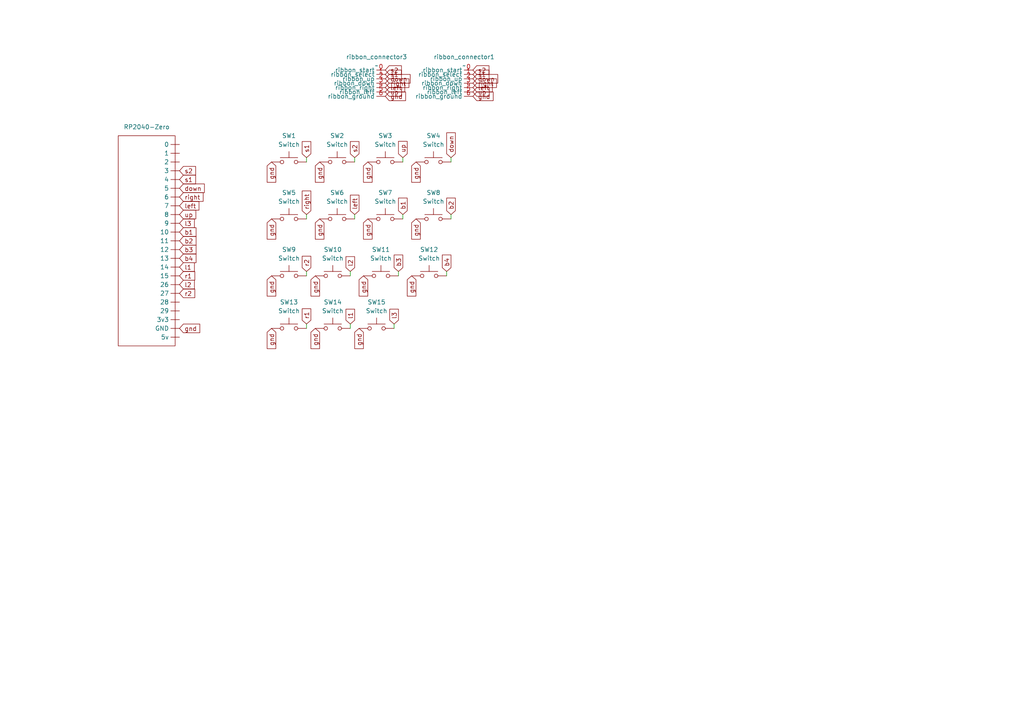
<source format=kicad_sch>
(kicad_sch (version 20231120) (generator "eeschema") (generator_version "8.0")
  (paper "A4")
  (lib_symbols
    (symbol "CustomLibrary:ribbon"
      (property "Reference" "ribbon_connector" (at 0 0 0))
      (symbol "ribbon_1_1"
        (pin bidirectional line (at 2.54 -3.81 180) (length 2.54) (name "ribbon_start") (number "0"))
        (pin bidirectional line (at 2.54 -5.08 180) (length 2.54) (name "ribbon_select") (number "1"))
        (pin bidirectional line (at 2.54 -6.35 180) (length 2.54) (name "ribbon_up") (number "2"))
        (pin bidirectional line (at 2.54 -7.62 180) (length 2.54) (name "ribbon_down") (number "3"))
        (pin bidirectional line (at 2.54 -8.89 180) (length 2.54) (name "ribbon_right") (number "4"))
        (pin bidirectional line (at 2.54 -10.16 180) (length 2.54) (name "ribbon_left") (number "5"))
        (pin bidirectional line (at 2.54 -11.43 180) (length 2.54) (name "ribbon_ground") (number "6"))
      )
    )
    (symbol "ribbon_1"
      (property "Reference" "ribbon_connector" (at 0 0 0))
      (symbol "ribbon_1_1_1"
        (pin bidirectional line (at 2.54 -3.81 180) (length 2.54) (name "ribbon_start") (number "0"))
        (pin bidirectional line (at 2.54 -5.08 180) (length 2.54) (name "ribbon_select") (number "1"))
        (pin bidirectional line (at 2.54 -6.35 180) (length 2.54) (name "ribbon_up") (number "2"))
        (pin bidirectional line (at 2.54 -7.62 180) (length 2.54) (name "ribbon_down") (number "3"))
        (pin bidirectional line (at 2.54 -8.89 180) (length 2.54) (name "ribbon_right") (number "4"))
        (pin bidirectional line (at 2.54 -10.16 180) (length 2.54) (name "ribbon_left") (number "5"))
        (pin bidirectional line (at 2.54 -11.43 180) (length 2.54) (name "ribbon_ground") (number "6"))
      )
    )
    (symbol "rp2040zero:RP2040-Zero" (pin_numbers hide)
      (property "Reference" "U" (at 0 0 0))
      (property "Value" "RP2040-Zero" (at 0 -2.54 0))
      (symbol "RP2040-Zero_0_1"
        (rectangle (start -7.62 6.35) (end 8.89 -54.61))
      )
      (symbol "RP2040-Zero_1_1"
        (pin bidirectional line (at 10.16 3.81 180) (length 2.54) (name "0") (number "0"))
        (pin bidirectional line (at 10.16 1.27 180) (length 2.54) (name "1") (number "1"))
        (pin bidirectional line (at 10.16 -21.59 180) (length 2.54) (name "10") (number "10"))
        (pin bidirectional line (at 10.16 -24.13 180) (length 2.54) (name "11") (number "11"))
        (pin bidirectional line (at 10.16 -26.67 180) (length 2.54) (name "12") (number "12"))
        (pin bidirectional line (at 10.16 -29.21 180) (length 2.54) (name "13") (number "13"))
        (pin bidirectional line (at 10.16 -31.75 180) (length 2.54) (name "14") (number "14"))
        (pin bidirectional line (at 10.16 -34.29 180) (length 2.54) (name "15") (number "15"))
        (pin bidirectional line (at 10.16 -1.27 180) (length 2.54) (name "2") (number "2"))
        (pin bidirectional line (at 10.16 -36.83 180) (length 2.54) (name "26") (number "26"))
        (pin bidirectional line (at 10.16 -39.37 180) (length 2.54) (name "27") (number "27"))
        (pin bidirectional line (at 10.16 -41.91 180) (length 2.54) (name "28") (number "28"))
        (pin bidirectional line (at 10.16 -44.45 180) (length 2.54) (name "29") (number "29"))
        (pin bidirectional line (at 10.16 -3.81 180) (length 2.54) (name "3") (number "3"))
        (pin bidirectional line (at 10.16 -46.99 180) (length 2.54) (name "3v3") (number "3v3"))
        (pin bidirectional line (at 10.16 -6.35 180) (length 2.54) (name "4") (number "4"))
        (pin bidirectional line (at 10.16 -8.89 180) (length 2.54) (name "5") (number "5"))
        (pin bidirectional line (at 10.16 -52.07 180) (length 2.54) (name "5v") (number "5v"))
        (pin bidirectional line (at 10.16 -11.43 180) (length 2.54) (name "6") (number "6"))
        (pin bidirectional line (at 10.16 -13.97 180) (length 2.54) (name "7") (number "7"))
        (pin bidirectional line (at 10.16 -16.51 180) (length 2.54) (name "8") (number "8"))
        (pin bidirectional line (at 10.16 -19.05 180) (length 2.54) (name "9") (number "9"))
        (pin bidirectional line (at 10.16 -49.53 180) (length 2.54) (name "GND") (number "GND"))
      )
    )
    (symbol "scotto_keebs:Placeholder_Switch" (pin_numbers hide) (pin_names (offset 1.016) hide)
      (property "Reference" "SW" (at 1.27 2.54 0))
      (property "Value" "Switch" (at 0 -1.524 0))
      (symbol "Placeholder_Switch_0_1"
        (circle (center -2.032 0) (radius 0.508))
        (polyline (pts (xy 0 1.27) (xy 0 3.048)))
        (polyline (pts (xy 2.54 1.27) (xy -2.54 1.27)))
        (circle (center 2.032 0) (radius 0.508))
        (pin passive line (at -5.08 0 0) (length 2.54) (name "1") (number "1"))
        (pin passive line (at 5.08 0 180) (length 2.54) (name "2") (number "2"))
      )
    )
  )
  (wire (pts (xy 129.54 78.74) (xy 129.54 80.01)))
  (wire (pts (xy 88.9 45.72) (xy 88.9 46.99)))
  (wire (pts (xy 116.84 45.72) (xy 116.84 46.99)))
  (wire (pts (xy 101.6 78.74) (xy 101.6 80.01)))
  (wire (pts (xy 88.9 93.98) (xy 88.9 95.25)))
  (wire (pts (xy 116.84 62.23) (xy 116.84 63.5)))
  (wire (pts (xy 102.87 45.72) (xy 102.87 46.99)))
  (wire (pts (xy 115.57 78.74) (xy 115.57 80.01)))
  (wire (pts (xy 130.81 62.23) (xy 130.81 63.5)))
  (wire (pts (xy 102.87 62.23) (xy 102.87 63.5)))
  (wire (pts (xy 101.6 93.98) (xy 101.6 95.25)))
  (wire (pts (xy 114.3 93.98) (xy 114.3 95.25)))
  (wire (pts (xy 88.9 62.23) (xy 88.9 63.5)))
  (wire (pts (xy 130.81 45.72) (xy 130.81 46.99)))
  (wire (pts (xy 88.9 78.74) (xy 88.9 80.01)))
  (global_label "down" (shape input) (at 52.07 54.61 0) (property "Intersheetrefs" "${INTERSHEET_REFS}" (effects (hide yes))))
  (global_label "r2" (shape input) (at 88.9 78.74 90) (property "Intersheetrefs" "${INTERSHEET_REFS}" (effects (hide yes))))
  (global_label "gnd" (shape input) (at 120.65 46.99 270) (property "Intersheetrefs" "${INTERSHEET_REFS}" (effects (hide yes))))
  (global_label "s1" (shape input) (at 111.76 21.59 0) (property "Intersheetrefs" "${INTERSHEET_REFS}" (effects (hide yes))))
  (global_label "up" (shape input) (at 137.16 26.67 0) (property "Intersheetrefs" "${INTERSHEET_REFS}" (effects (hide yes))))
  (global_label "down" (shape input) (at 130.81 45.72 90) (property "Intersheetrefs" "${INTERSHEET_REFS}" (effects (hide yes))))
  (global_label "s1" (shape input) (at 52.07 52.07 0) (property "Intersheetrefs" "${INTERSHEET_REFS}" (effects (hide yes))))
  (global_label "gnd" (shape input) (at 78.74 95.25 270) (property "Intersheetrefs" "${INTERSHEET_REFS}" (effects (hide yes))))
  (global_label "b2" (shape input) (at 130.81 62.23 90) (property "Intersheetrefs" "${INTERSHEET_REFS}" (effects (hide yes))))
  (global_label "s2" (shape input) (at 111.76 20.32 0) (property "Intersheetrefs" "${INTERSHEET_REFS}" (effects (hide yes))))
  (global_label "gnd" (shape input) (at 92.71 46.99 270) (property "Intersheetrefs" "${INTERSHEET_REFS}" (effects (hide yes))))
  (global_label "gnd" (shape input) (at 91.44 80.01 270) (property "Intersheetrefs" "${INTERSHEET_REFS}" (effects (hide yes))))
  (global_label "b3" (shape input) (at 52.07 72.39 0) (property "Intersheetrefs" "${INTERSHEET_REFS}" (effects (hide yes))))
  (global_label "r1" (shape input) (at 88.9 93.98 90) (property "Intersheetrefs" "${INTERSHEET_REFS}" (effects (hide yes))))
  (global_label "up" (shape input) (at 111.76 26.67 0) (property "Intersheetrefs" "${INTERSHEET_REFS}" (effects (hide yes))))
  (global_label "b2" (shape input) (at 52.07 69.85 0) (property "Intersheetrefs" "${INTERSHEET_REFS}" (effects (hide yes))))
  (global_label "l2" (shape input) (at 52.07 82.55 0) (property "Intersheetrefs" "${INTERSHEET_REFS}" (effects (hide yes))))
  (global_label "left" (shape input) (at 137.16 25.4 0) (property "Intersheetrefs" "${INTERSHEET_REFS}" (effects (hide yes))))
  (global_label "b1" (shape input) (at 52.07 67.31 0) (property "Intersheetrefs" "${INTERSHEET_REFS}" (effects (hide yes))))
  (global_label "b4" (shape input) (at 129.54 78.74 90) (property "Intersheetrefs" "${INTERSHEET_REFS}" (effects (hide yes))))
  (global_label "l1" (shape input) (at 52.07 77.47 0) (property "Intersheetrefs" "${INTERSHEET_REFS}" (effects (hide yes))))
  (global_label "right" (shape input) (at 137.16 24.13 0) (property "Intersheetrefs" "${INTERSHEET_REFS}" (effects (hide yes))))
  (global_label "s2" (shape input) (at 52.07 49.53 0) (property "Intersheetrefs" "${INTERSHEET_REFS}" (effects (hide yes))))
  (global_label "right" (shape input) (at 111.76 24.13 0) (property "Intersheetrefs" "${INTERSHEET_REFS}" (effects (hide yes))))
  (global_label "l1" (shape input) (at 101.6 93.98 90) (property "Intersheetrefs" "${INTERSHEET_REFS}" (effects (hide yes))))
  (global_label "l3" (shape input) (at 114.3 93.98 90) (property "Intersheetrefs" "${INTERSHEET_REFS}" (effects (hide yes))))
  (global_label "gnd" (shape input) (at 78.74 63.5 270) (property "Intersheetrefs" "${INTERSHEET_REFS}" (effects (hide yes))))
  (global_label "s2" (shape input) (at 102.87 45.72 90) (property "Intersheetrefs" "${INTERSHEET_REFS}" (effects (hide yes))))
  (global_label "gnd" (shape input) (at 78.74 46.99 270) (property "Intersheetrefs" "${INTERSHEET_REFS}" (effects (hide yes))))
  (global_label "gnd" (shape input) (at 119.38 80.01 270) (property "Intersheetrefs" "${INTERSHEET_REFS}" (effects (hide yes))))
  (global_label "l2" (shape input) (at 101.6 78.74 90) (property "Intersheetrefs" "${INTERSHEET_REFS}" (effects (hide yes))))
  (global_label "up" (shape input) (at 116.84 45.72 90) (property "Intersheetrefs" "${INTERSHEET_REFS}" (effects (hide yes))))
  (global_label "gnd" (shape input) (at 92.71 63.5 270) (property "Intersheetrefs" "${INTERSHEET_REFS}" (effects (hide yes))))
  (global_label "left" (shape input) (at 111.76 25.4 0) (property "Intersheetrefs" "${INTERSHEET_REFS}" (effects (hide yes))))
  (global_label "b1" (shape input) (at 116.84 62.23 90) (property "Intersheetrefs" "${INTERSHEET_REFS}" (effects (hide yes))))
  (global_label "l3" (shape input) (at 52.07 64.77 0) (property "Intersheetrefs" "${INTERSHEET_REFS}" (effects (hide yes))))
  (global_label "gnd" (shape input) (at 137.16 27.94 0) (property "Intersheetrefs" "${INTERSHEET_REFS}" (effects (hide yes))))
  (global_label "gnd" (shape input) (at 104.14 95.25 270) (property "Intersheetrefs" "${INTERSHEET_REFS}" (effects (hide yes))))
  (global_label "gnd" (shape input) (at 106.68 46.99 270) (property "Intersheetrefs" "${INTERSHEET_REFS}" (effects (hide yes))))
  (global_label "gnd" (shape input) (at 91.44 95.25 270) (property "Intersheetrefs" "${INTERSHEET_REFS}" (effects (hide yes))))
  (global_label "r2" (shape input) (at 52.07 85.09 0) (property "Intersheetrefs" "${INTERSHEET_REFS}" (effects (hide yes))))
  (global_label "down" (shape input) (at 111.76 22.86 0) (property "Intersheetrefs" "${INTERSHEET_REFS}" (effects (hide yes))))
  (global_label "b3" (shape input) (at 115.57 78.74 90) (property "Intersheetrefs" "${INTERSHEET_REFS}" (effects (hide yes))))
  (global_label "s1" (shape input) (at 88.9 45.72 90) (property "Intersheetrefs" "${INTERSHEET_REFS}" (effects (hide yes))))
  (global_label "s1" (shape input) (at 137.16 21.59 0) (property "Intersheetrefs" "${INTERSHEET_REFS}" (effects (hide yes))))
  (global_label "left" (shape input) (at 102.87 62.23 90) (property "Intersheetrefs" "${INTERSHEET_REFS}" (effects (hide yes))))
  (global_label "b4" (shape input) (at 52.07 74.93 0) (property "Intersheetrefs" "${INTERSHEET_REFS}" (effects (hide yes))))
  (global_label "gnd" (shape input) (at 52.07 95.25 0) (property "Intersheetrefs" "${INTERSHEET_REFS}" (effects (hide yes))))
  (global_label "gnd" (shape input) (at 105.41 80.01 270) (property "Intersheetrefs" "${INTERSHEET_REFS}" (effects (hide yes))))
  (global_label "right" (shape input) (at 52.07 57.15 0) (property "Intersheetrefs" "${INTERSHEET_REFS}" (effects (hide yes))))
  (global_label "up" (shape input) (at 52.07 62.23 0) (property "Intersheetrefs" "${INTERSHEET_REFS}" (effects (hide yes))))
  (global_label "gnd" (shape input) (at 111.76 27.94 0) (property "Intersheetrefs" "${INTERSHEET_REFS}" (effects (hide yes))))
  (global_label "r1" (shape input) (at 52.07 80.01 0) (property "Intersheetrefs" "${INTERSHEET_REFS}" (effects (hide yes))))
  (global_label "gnd" (shape input) (at 78.74 80.01 270) (property "Intersheetrefs" "${INTERSHEET_REFS}" (effects (hide yes))))
  (global_label "gnd" (shape input) (at 106.68 63.5 270) (property "Intersheetrefs" "${INTERSHEET_REFS}" (effects (hide yes))))
  (global_label "down" (shape input) (at 137.16 22.86 0) (property "Intersheetrefs" "${INTERSHEET_REFS}" (effects (hide yes))))
  (global_label "gnd" (shape input) (at 120.65 63.5 270) (property "Intersheetrefs" "${INTERSHEET_REFS}" (effects (hide yes))))
  (global_label "right" (shape input) (at 88.9 62.23 90) (property "Intersheetrefs" "${INTERSHEET_REFS}" (effects (hide yes))))
  (global_label "left" (shape input) (at 52.07 59.69 0) (property "Intersheetrefs" "${INTERSHEET_REFS}" (effects (hide yes))))
  (global_label "s2" (shape input) (at 137.16 20.32 0) (property "Intersheetrefs" "${INTERSHEET_REFS}" (effects (hide yes))))
  (symbol (lib_id "scotto_keebs:Placeholder_Switch") (at 125.73 63.5 0) (unit 1)
    (property "Reference" "SW8" (at 125.73 55.88 0))
    (property "Value" "Switch" (at 125.73 58.42 0))
    (property "Footprint" "key switches:Kailh_socket_PG1350_optional" (effects (hide yes)))
    (property "Description" "Push button switch, generic, two pins" (effects (hide yes)))
  )
  (symbol (lib_name "ribbon_1") (lib_id "CustomLibrary:ribbon") (at 109.22 16.51 0) (unit 1)
    (property "Reference" "ribbon_connector3" (at 109.22 16.51 0))
    (property "Value" "~" (at 109.22 19.05 0))
    (property "Footprint" "CustomLibrary:ribbon connector" (effects (hide yes)))
  )
  (symbol (lib_id "scotto_keebs:Placeholder_Switch") (at 96.52 80.01 0) (unit 1)
    (property "Reference" "SW10" (at 96.52 72.39 0))
    (property "Value" "Switch" (at 96.52 74.93 0))
    (property "Footprint" "key switches:Kailh_socket_PG1350_optional" (effects (hide yes)))
    (property "Description" "Push button switch, generic, two pins" (effects (hide yes)))
  )
  (symbol (lib_id "scotto_keebs:Placeholder_Switch") (at 109.22 95.25 0) (unit 1)
    (property "Reference" "SW15" (at 109.22 87.63 0))
    (property "Value" "Switch" (at 109.22 90.17 0))
    (property "Footprint" "key switches:Kailh_socket_PG1350_optional" (effects (hide yes)))
    (property "Description" "Push button switch, generic, two pins" (effects (hide yes)))
  )
  (symbol (lib_id "scotto_keebs:Placeholder_Switch") (at 97.79 63.5 0) (unit 1)
    (property "Reference" "SW6" (at 97.79 55.88 0))
    (property "Value" "Switch" (at 97.79 58.42 0))
    (property "Footprint" "key switches:Kailh_socket_PG1350_optional" (effects (hide yes)))
    (property "Description" "Push button switch, generic, two pins" (effects (hide yes)))
  )
  (symbol (lib_id "CustomLibrary:ribbon") (at 134.62 16.51 0) (unit 1)
    (property "Reference" "ribbon_connector1" (at 134.62 16.51 0))
    (property "Value" "~" (at 134.62 19.05 0))
    (property "Footprint" "CustomLibrary:ribbon connector" (effects (hide yes)))
  )
  (symbol (lib_id "scotto_keebs:Placeholder_Switch") (at 125.73 46.99 0) (unit 1)
    (property "Reference" "SW4" (at 125.73 39.37 0))
    (property "Value" "Switch" (at 125.73 41.91 0))
    (property "Footprint" "key switches:Kailh_socket_PG1350_optional" (effects (hide yes)))
    (property "Description" "Push button switch, generic, two pins" (effects (hide yes)))
  )
  (symbol (lib_id "scotto_keebs:Placeholder_Switch") (at 110.49 80.01 0) (unit 1)
    (property "Reference" "SW11" (at 110.49 72.39 0))
    (property "Value" "Switch" (at 110.49 74.93 0))
    (property "Footprint" "key switches:Kailh_socket_PG1350_optional" (effects (hide yes)))
    (property "Description" "Push button switch, generic, two pins" (effects (hide yes)))
  )
  (symbol (lib_id "scotto_keebs:Placeholder_Switch") (at 124.46 80.01 0) (unit 1)
    (property "Reference" "SW12" (at 124.46 72.39 0))
    (property "Value" "Switch" (at 124.46 74.93 0))
    (property "Footprint" "key switches:Kailh_socket_PG1350_optional" (effects (hide yes)))
    (property "Description" "Push button switch, generic, two pins" (effects (hide yes)))
  )
  (symbol (lib_id "scotto_keebs:Placeholder_Switch") (at 83.82 95.25 0) (unit 1)
    (property "Reference" "SW13" (at 83.82 87.63 0))
    (property "Value" "Switch" (at 83.82 90.17 0))
    (property "Footprint" "key switches:Kailh_socket_PG1350_optional" (effects (hide yes)))
    (property "Description" "Push button switch, generic, two pins" (effects (hide yes)))
  )
  (symbol (lib_id "scotto_keebs:Placeholder_Switch") (at 111.76 63.5 0) (unit 1)
    (property "Reference" "SW7" (at 111.76 55.88 0))
    (property "Value" "Switch" (at 111.76 58.42 0))
    (property "Footprint" "key switches:Kailh_socket_PG1350_optional" (effects (hide yes)))
    (property "Description" "Push button switch, generic, two pins" (effects (hide yes)))
  )
  (symbol (lib_id "rp2040zero:RP2040-Zero") (at 41.91 45.72 0) (unit 1)
    (property "Reference" "U1" (effects (hide yes)))
    (property "Value" "RP2040-Zero" (at 42.545 36.83 0))
    (property "Footprint" "RP2040:RP2040-Zero" (effects (hide yes)))
  )
  (symbol (lib_id "scotto_keebs:Placeholder_Switch") (at 97.79 46.99 0) (unit 1)
    (property "Reference" "SW2" (at 97.79 39.37 0))
    (property "Value" "Switch" (at 97.79 41.91 0))
    (property "Footprint" "Button_Switch_THT:SW_PUSH_6mm" (effects (hide yes)))
    (property "Description" "Push button switch, generic, two pins" (effects (hide yes)))
  )
  (symbol (lib_id "scotto_keebs:Placeholder_Switch") (at 111.76 46.99 0) (unit 1)
    (property "Reference" "SW3" (at 111.76 39.37 0))
    (property "Value" "Switch" (at 111.76 41.91 0))
    (property "Footprint" "key switches:Kailh_socket_PG1350_optional" (effects (hide yes)))
    (property "Description" "Push button switch, generic, two pins" (effects (hide yes)))
  )
  (symbol (lib_id "scotto_keebs:Placeholder_Switch") (at 96.52 95.25 0) (unit 1)
    (property "Reference" "SW14" (at 96.52 87.63 0))
    (property "Value" "Switch" (at 96.52 90.17 0))
    (property "Footprint" "key switches:Kailh_socket_PG1350_optional" (effects (hide yes)))
    (property "Description" "Push button switch, generic, two pins" (effects (hide yes)))
  )
  (symbol (lib_id "scotto_keebs:Placeholder_Switch") (at 83.82 80.01 0) (unit 1)
    (property "Reference" "SW9" (at 83.82 72.39 0))
    (property "Value" "Switch" (at 83.82 74.93 0))
    (property "Footprint" "key switches:Kailh_socket_PG1350_optional" (effects (hide yes)))
    (property "Description" "Push button switch, generic, two pins" (effects (hide yes)))
  )
  (symbol (lib_id "scotto_keebs:Placeholder_Switch") (at 83.82 63.5 0) (unit 1)
    (property "Reference" "SW5" (at 83.82 55.88 0))
    (property "Value" "Switch" (at 83.82 58.42 0))
    (property "Footprint" "key switches:Kailh_socket_PG1350_optional" (effects (hide yes)))
    (property "Description" "Push button switch, generic, two pins" (effects (hide yes)))
  )
  (symbol (lib_id "scotto_keebs:Placeholder_Switch") (at 83.82 46.99 0) (unit 1)
    (property "Reference" "SW1" (at 83.82 39.37 0))
    (property "Value" "Switch" (at 83.82 41.91 0))
    (property "Footprint" "Button_Switch_THT:SW_PUSH_6mm" (effects (hide yes)))
    (property "Description" "Push button switch, generic, two pins" (effects (hide yes)))
  )
)
</source>
